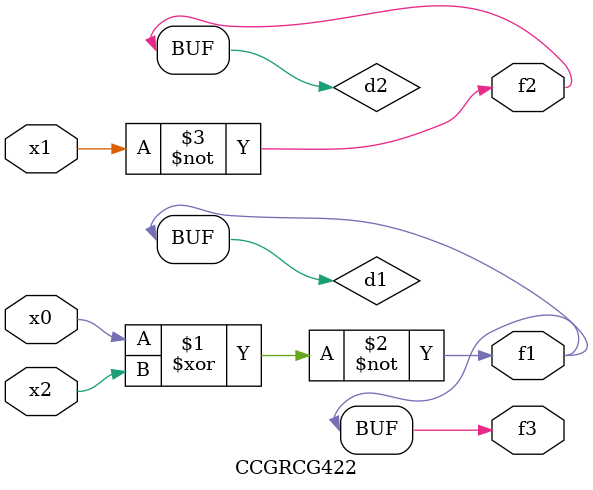
<source format=v>
module CCGRCG422(
	input x0, x1, x2,
	output f1, f2, f3
);

	wire d1, d2, d3;

	xnor (d1, x0, x2);
	nand (d2, x1);
	nor (d3, x1, x2);
	assign f1 = d1;
	assign f2 = d2;
	assign f3 = d1;
endmodule

</source>
